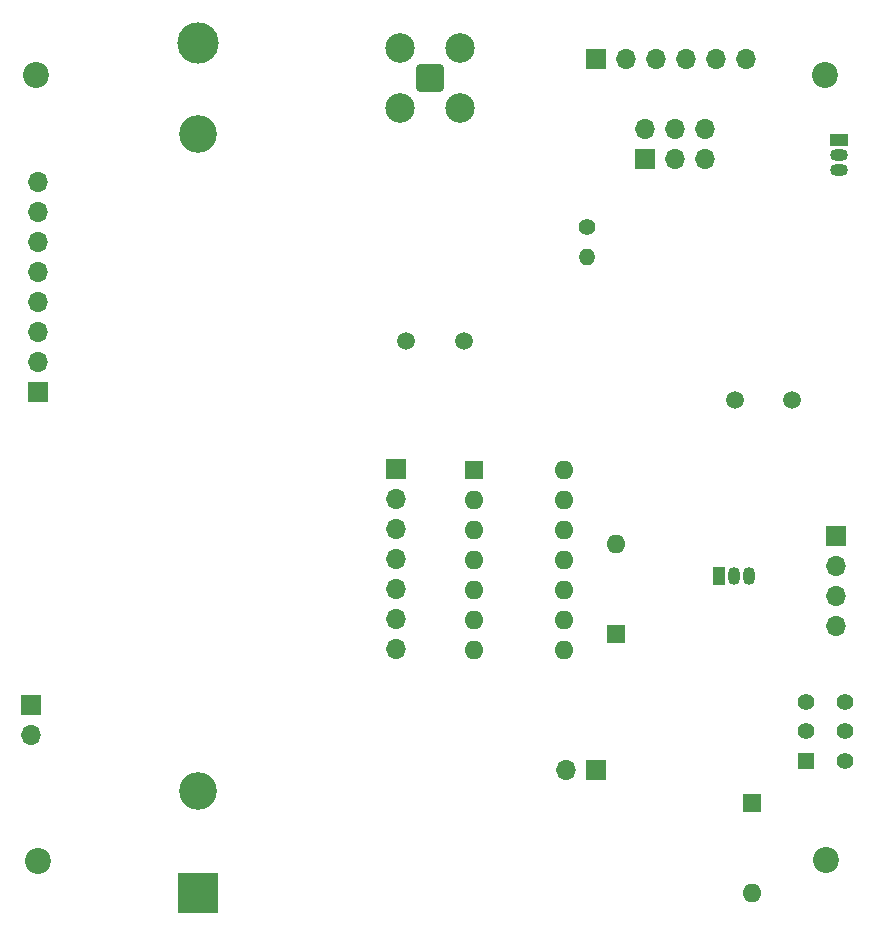
<source format=gbr>
%TF.GenerationSoftware,KiCad,Pcbnew,7.0.10*%
%TF.CreationDate,2024-11-11T15:26:17+02:00*%
%TF.ProjectId,Elektroniikkapaja,456c656b-7472-46f6-9e69-696b6b617061,rev?*%
%TF.SameCoordinates,Original*%
%TF.FileFunction,Soldermask,Bot*%
%TF.FilePolarity,Negative*%
%FSLAX46Y46*%
G04 Gerber Fmt 4.6, Leading zero omitted, Abs format (unit mm)*
G04 Created by KiCad (PCBNEW 7.0.10) date 2024-11-11 15:26:17*
%MOMM*%
%LPD*%
G01*
G04 APERTURE LIST*
G04 Aperture macros list*
%AMRoundRect*
0 Rectangle with rounded corners*
0 $1 Rounding radius*
0 $2 $3 $4 $5 $6 $7 $8 $9 X,Y pos of 4 corners*
0 Add a 4 corners polygon primitive as box body*
4,1,4,$2,$3,$4,$5,$6,$7,$8,$9,$2,$3,0*
0 Add four circle primitives for the rounded corners*
1,1,$1+$1,$2,$3*
1,1,$1+$1,$4,$5*
1,1,$1+$1,$6,$7*
1,1,$1+$1,$8,$9*
0 Add four rect primitives between the rounded corners*
20,1,$1+$1,$2,$3,$4,$5,0*
20,1,$1+$1,$4,$5,$6,$7,0*
20,1,$1+$1,$6,$7,$8,$9,0*
20,1,$1+$1,$8,$9,$2,$3,0*%
G04 Aperture macros list end*
%ADD10C,3.200000*%
%ADD11R,3.500000X3.500000*%
%ADD12C,3.500000*%
%ADD13C,1.500000*%
%ADD14R,1.050000X1.500000*%
%ADD15O,1.050000X1.500000*%
%ADD16R,1.700000X1.700000*%
%ADD17O,1.700000X1.700000*%
%ADD18R,1.500000X1.050000*%
%ADD19O,1.500000X1.050000*%
%ADD20R,1.400000X1.400000*%
%ADD21C,1.400000*%
%ADD22C,2.200000*%
%ADD23RoundRect,0.200100X-0.949900X-0.949900X0.949900X-0.949900X0.949900X0.949900X-0.949900X0.949900X0*%
%ADD24C,2.500000*%
%ADD25R,1.600000X1.600000*%
%ADD26O,1.600000X1.600000*%
%ADD27O,1.400000X1.400000*%
G04 APERTURE END LIST*
D10*
%TO.C,BT1*%
X197760000Y-134885000D03*
X197760000Y-79275000D03*
D11*
X197760000Y-143530000D03*
D12*
X197760000Y-71530000D03*
%TD*%
D13*
%TO.C,Y2*%
X215338000Y-96774000D03*
X220218000Y-96774000D03*
%TD*%
D14*
%TO.C,U4*%
X241808000Y-116692000D03*
D15*
X243078000Y-116692000D03*
X244348000Y-116692000D03*
%TD*%
D16*
%TO.C,J9*%
X235560000Y-81370000D03*
D17*
X235560000Y-78830000D03*
X238100000Y-81370000D03*
X238100000Y-78830000D03*
X240640000Y-81370000D03*
X240640000Y-78830000D03*
%TD*%
D18*
%TO.C,U5*%
X251968000Y-79756000D03*
D19*
X251968000Y-81026000D03*
X251968000Y-82296000D03*
%TD*%
D16*
%TO.C,J6*%
X231399000Y-133096000D03*
D17*
X228859000Y-133096000D03*
%TD*%
D16*
%TO.C,J8*%
X183575000Y-127635000D03*
D17*
X183575000Y-130175000D03*
%TD*%
D20*
%TO.C,SW1*%
X249174000Y-132334000D03*
D21*
X249174000Y-129834000D03*
X249174000Y-127334000D03*
X252474000Y-132334000D03*
X252474000Y-129834000D03*
X252474000Y-127334000D03*
%TD*%
D22*
%TO.C,H1*%
X184050000Y-74310000D03*
%TD*%
D23*
%TO.C,J1*%
X217400000Y-74540000D03*
D24*
X214860000Y-72000000D03*
X214860000Y-77080000D03*
X219940000Y-72000000D03*
X219940000Y-77080000D03*
%TD*%
D16*
%TO.C,J4*%
X251714000Y-113294000D03*
D17*
X251714000Y-115834000D03*
X251714000Y-118374000D03*
X251714000Y-120914000D03*
%TD*%
D25*
%TO.C,D2*%
X244602000Y-135890000D03*
D26*
X244602000Y-143510000D03*
%TD*%
D22*
%TO.C,H2*%
X250800000Y-74300000D03*
%TD*%
D13*
%TO.C,Y1*%
X243160000Y-101770000D03*
X248040000Y-101770000D03*
%TD*%
D25*
%TO.C,D4*%
X233090000Y-121590000D03*
D26*
X233090000Y-113970000D03*
%TD*%
D21*
%TO.C,R12*%
X230632000Y-87172000D03*
D27*
X230632000Y-89712000D03*
%TD*%
D22*
%TO.C,H3*%
X184220000Y-140840000D03*
%TD*%
D16*
%TO.C,J5*%
X214530000Y-107670000D03*
D17*
X214530000Y-110210000D03*
X214530000Y-112750000D03*
X214530000Y-115290000D03*
X214530000Y-117830000D03*
X214530000Y-120370000D03*
X214530000Y-122910000D03*
%TD*%
D22*
%TO.C,H4*%
X250900000Y-140710000D03*
%TD*%
D25*
%TO.C,U7*%
X221090000Y-107720000D03*
D26*
X221090000Y-110260000D03*
X221090000Y-112800000D03*
X221090000Y-115340000D03*
X221090000Y-117880000D03*
X221090000Y-120420000D03*
X221090000Y-122960000D03*
X228710000Y-122960000D03*
X228710000Y-120420000D03*
X228710000Y-117880000D03*
X228710000Y-115340000D03*
X228710000Y-112800000D03*
X228710000Y-110260000D03*
X228710000Y-107720000D03*
%TD*%
D16*
%TO.C,J7*%
X184200000Y-101090000D03*
D17*
X184200000Y-98550000D03*
X184200000Y-96010000D03*
X184200000Y-93470000D03*
X184200000Y-90930000D03*
X184200000Y-88390000D03*
X184200000Y-85850000D03*
X184200000Y-83310000D03*
%TD*%
D16*
%TO.C,J3*%
X231394000Y-72898000D03*
D17*
X233934000Y-72898000D03*
X236474000Y-72898000D03*
X239014000Y-72898000D03*
X241554000Y-72898000D03*
X244094000Y-72898000D03*
%TD*%
M02*

</source>
